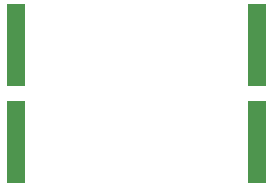
<source format=gbr>
G04 EAGLE Gerber RS-274X export*
G75*
%MOMM*%
%FSLAX34Y34*%
%LPD*%
%INSolderpaste Bottom*%
%IPPOS*%
%AMOC8*
5,1,8,0,0,1.08239X$1,22.5*%
G01*
%ADD10R,1.600000X7.000000*%


D10*
X59900Y41600D03*
X263900Y41600D03*
X264100Y123700D03*
X60100Y123700D03*
M02*

</source>
